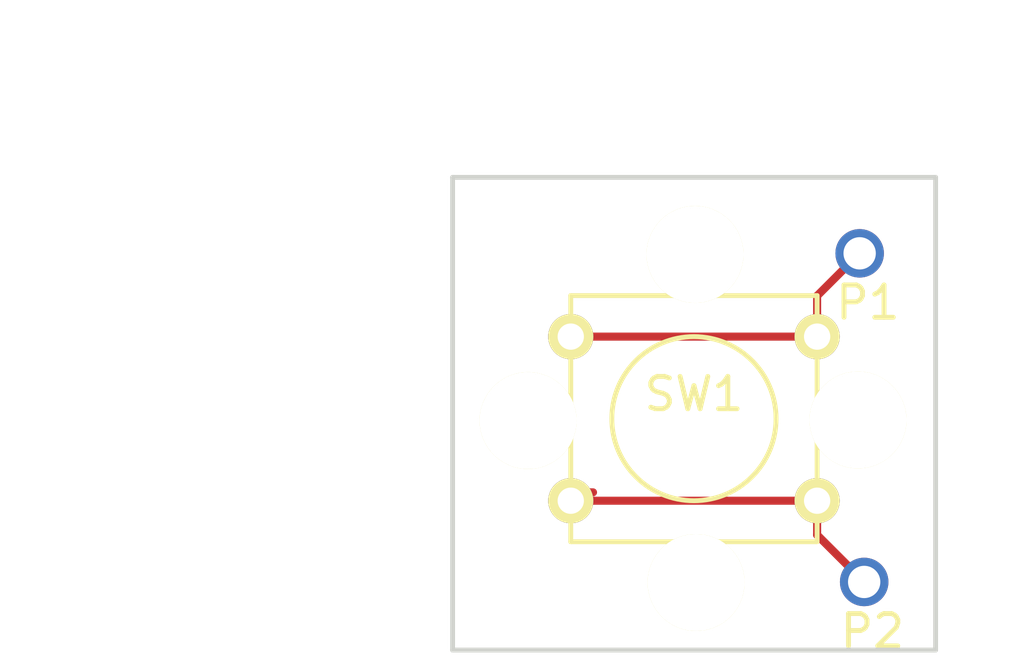
<source format=kicad_pcb>
(kicad_pcb (version 4) (host pcbnew 4.0.2+dfsg1-stable)

  (general
    (links 4)
    (no_connects 0)
    (area 119.670759 96.450079 134.761041 111.233021)
    (thickness 1.6)
    (drawings 8)
    (tracks 7)
    (zones 0)
    (modules 7)
    (nets 3)
  )

  (page A4)
  (layers
    (0 F.Cu signal)
    (31 B.Cu signal)
    (32 B.Adhes user)
    (33 F.Adhes user)
    (34 B.Paste user)
    (35 F.Paste user)
    (36 B.SilkS user)
    (37 F.SilkS user)
    (38 B.Mask user)
    (39 F.Mask user)
    (40 Dwgs.User user)
    (41 Cmts.User user)
    (42 Eco1.User user)
    (43 Eco2.User user)
    (44 Edge.Cuts user)
    (45 Margin user)
    (46 B.CrtYd user)
    (47 F.CrtYd user)
    (48 B.Fab user)
    (49 F.Fab user)
  )

  (setup
    (last_trace_width 0.25)
    (trace_clearance 0.2)
    (zone_clearance 0.508)
    (zone_45_only no)
    (trace_min 0.2)
    (segment_width 0.2)
    (edge_width 0.15)
    (via_size 0.6)
    (via_drill 0.4)
    (via_min_size 0.4)
    (via_min_drill 0.3)
    (uvia_size 0.3)
    (uvia_drill 0.1)
    (uvias_allowed no)
    (uvia_min_size 0.2)
    (uvia_min_drill 0.1)
    (pcb_text_width 0.3)
    (pcb_text_size 1.5 1.5)
    (mod_edge_width 0.15)
    (mod_text_size 1 1)
    (mod_text_width 0.15)
    (pad_size 1.524 1.524)
    (pad_drill 0.762)
    (pad_to_mask_clearance 0.2)
    (aux_axis_origin 0 0)
    (visible_elements FFFFFF7F)
    (pcbplotparams
      (layerselection 0x3feff_80000001)
      (usegerberextensions false)
      (excludeedgelayer true)
      (linewidth 0.100000)
      (plotframeref false)
      (viasonmask false)
      (mode 1)
      (useauxorigin false)
      (hpglpennumber 1)
      (hpglpenspeed 20)
      (hpglpendiameter 15)
      (hpglpenoverlay 2)
      (psnegative false)
      (psa4output false)
      (plotreference true)
      (plotvalue true)
      (plotinvisibletext false)
      (padsonsilk false)
      (subtractmaskfromsilk false)
      (outputformat 1)
      (mirror false)
      (drillshape 0)
      (scaleselection 1)
      (outputdirectory Fabrication/))
  )

  (net 0 "")
  (net 1 "Net-(P1-Pad1)")
  (net 2 "Net-(P2-Pad1)")

  (net_class Default "This is the default net class."
    (clearance 0.2)
    (trace_width 0.25)
    (via_dia 0.6)
    (via_drill 0.4)
    (uvia_dia 0.3)
    (uvia_drill 0.1)
    (add_net "Net-(P1-Pad1)")
    (add_net "Net-(P2-Pad1)")
  )

  (module Buttons_Switches_ThroughHole:SW_PUSH_SMALL (layer F.Cu) (tedit 0) (tstamp 5C18B8EC)
    (at 127.21082 103.99522)
    (path /5C137E9C)
    (fp_text reference SW1 (at 0 -0.762) (layer F.SilkS)
      (effects (font (size 1 1) (thickness 0.15)))
    )
    (fp_text value SPST (at 0 1.016) (layer F.Fab)
      (effects (font (size 1 1) (thickness 0.15)))
    )
    (fp_circle (center 0 0) (end 0 -2.54) (layer F.SilkS) (width 0.15))
    (fp_line (start -3.81 -3.81) (end 3.81 -3.81) (layer F.SilkS) (width 0.15))
    (fp_line (start 3.81 -3.81) (end 3.81 3.81) (layer F.SilkS) (width 0.15))
    (fp_line (start 3.81 3.81) (end -3.81 3.81) (layer F.SilkS) (width 0.15))
    (fp_line (start -3.81 -3.81) (end -3.81 3.81) (layer F.SilkS) (width 0.15))
    (pad 1 thru_hole circle (at 3.81 -2.54) (size 1.397 1.397) (drill 0.8128) (layers *.Cu *.Mask F.SilkS)
      (net 1 "Net-(P1-Pad1)"))
    (pad 2 thru_hole circle (at 3.81 2.54) (size 1.397 1.397) (drill 0.8128) (layers *.Cu *.Mask F.SilkS)
      (net 2 "Net-(P2-Pad1)"))
    (pad 1 thru_hole circle (at -3.81 -2.54) (size 1.397 1.397) (drill 0.8128) (layers *.Cu *.Mask F.SilkS)
      (net 1 "Net-(P1-Pad1)"))
    (pad 2 thru_hole circle (at -3.81 2.54) (size 1.397 1.397) (drill 0.8128) (layers *.Cu *.Mask F.SilkS)
      (net 2 "Net-(P2-Pad1)"))
  )

  (module saet:pin_1mm (layer F.Cu) (tedit 5878EFFB) (tstamp 5C18B8DF)
    (at 132.47624 109.04982)
    (path /5C137F0F)
    (fp_text reference P2 (at 0.254 1.524) (layer F.SilkS)
      (effects (font (size 1 1) (thickness 0.15)))
    )
    (fp_text value CONN_01X01 (at 0 -1.524) (layer F.Fab)
      (effects (font (size 1 1) (thickness 0.15)))
    )
    (pad 1 thru_hole circle (at 0 0) (size 1.5 1.5) (drill 1) (layers *.Cu *.Mask)
      (net 2 "Net-(P2-Pad1)"))
  )

  (module saet:pin_1mm (layer F.Cu) (tedit 5878EFFB) (tstamp 5C18B8D9)
    (at 132.33654 98.87712)
    (path /5C137F74)
    (fp_text reference P1 (at 0.254 1.524) (layer F.SilkS)
      (effects (font (size 1 1) (thickness 0.15)))
    )
    (fp_text value CONN_01X01 (at 0 -1.524) (layer F.Fab)
      (effects (font (size 1 1) (thickness 0.15)))
    )
    (pad 1 thru_hole circle (at 0 0) (size 1.5 1.5) (drill 1) (layers *.Cu *.Mask)
      (net 1 "Net-(P1-Pad1)"))
  )

  (module saet:HOLE_3mm (layer F.Cu) (tedit 58C17A8B) (tstamp 5C1BB3E1)
    (at 132.28574 104.03586)
    (fp_text reference HOLE2.3 (at 0 -2.5) (layer F.SilkS) hide
      (effects (font (size 1 1) (thickness 0.15)))
    )
    (fp_text value VAL** (at 0 2.9) (layer F.Fab) hide
      (effects (font (size 1 1) (thickness 0.15)))
    )
    (pad "" np_thru_hole circle (at 0 0) (size 3 3) (drill 3) (layers *.Cu *.Mask F.SilkS))
  )

  (module saet:HOLE_3mm (layer F.Cu) (tedit 58C17A8B) (tstamp 5C1BB3EB)
    (at 127.24384 98.91014)
    (fp_text reference HOLE2.3 (at 0 -2.5) (layer F.SilkS) hide
      (effects (font (size 1 1) (thickness 0.15)))
    )
    (fp_text value VAL** (at 0 2.9) (layer F.Fab) hide
      (effects (font (size 1 1) (thickness 0.15)))
    )
    (pad "" np_thru_hole circle (at 0 0) (size 3 3) (drill 3) (layers *.Cu *.Mask F.SilkS))
  )

  (module saet:HOLE_3mm (layer F.Cu) (tedit 58C17A8B) (tstamp 5C1BB3E7)
    (at 122.08002 104.05364)
    (fp_text reference HOLE2.3 (at 0 -2.5) (layer F.SilkS) hide
      (effects (font (size 1 1) (thickness 0.15)))
    )
    (fp_text value VAL** (at 0 2.9) (layer F.Fab) hide
      (effects (font (size 1 1) (thickness 0.15)))
    )
    (pad "" np_thru_hole circle (at 0 0) (size 3 3) (drill 3) (layers *.Cu *.Mask F.SilkS))
  )

  (module saet:HOLE_3mm (layer F.Cu) (tedit 58C17A8B) (tstamp 5C1BB3E3)
    (at 127.27686 109.0676)
    (fp_text reference HOLE2.3 (at 0 -2.5) (layer F.SilkS) hide
      (effects (font (size 1 1) (thickness 0.15)))
    )
    (fp_text value VAL** (at 0 2.9) (layer F.Fab) hide
      (effects (font (size 1 1) (thickness 0.15)))
    )
    (pad "" np_thru_hole circle (at 0 0) (size 3 3) (drill 3) (layers *.Cu *.Mask F.SilkS))
  )

  (gr_line (start 119.74068 104.04348) (end 134.67842 104.04348) (layer Dwgs.User) (width 0.2))
  (gr_line (start 127.25146 96.52762) (end 127.2413 111.14786) (layer Dwgs.User) (width 0.2))
  (gr_line (start 119.74576 111.15802) (end 119.74576 96.52508) (layer Edge.Cuts) (width 0.15))
  (gr_line (start 134.68604 111.15802) (end 119.74576 111.15802) (layer Edge.Cuts) (width 0.15))
  (gr_line (start 134.68604 96.52508) (end 134.68604 111.15802) (layer Edge.Cuts) (width 0.15))
  (gr_line (start 119.74576 96.52508) (end 134.68604 96.52508) (layer Edge.Cuts) (width 0.15))
  (dimension 7.500624 (width 0.3) (layer Eco1.User)
    (gr_text "7,501 mm" (at 112.031793 100.277709 89.94179232) (layer Eco1.User)
      (effects (font (size 1.5 1.5) (thickness 0.3)))
    )
    (feature1 (pts (xy 119.74576 104.03586) (xy 110.677984 104.026648)))
    (feature2 (pts (xy 119.75338 96.53524) (xy 110.685604 96.526028)))
    (crossbar (pts (xy 113.385603 96.528771) (xy 113.377983 104.029391)))
    (arrow1a (pts (xy 113.377983 104.029391) (xy 112.792707 102.902292)))
    (arrow1b (pts (xy 113.377983 104.029391) (xy 113.965548 102.903484)))
    (arrow2a (pts (xy 113.385603 96.528771) (xy 112.798038 97.654678)))
    (arrow2b (pts (xy 113.385603 96.528771) (xy 113.970879 97.65587)))
  )
  (dimension 7.500627 (width 0.3) (layer Eco1.User)
    (gr_text "7,501 mm" (at 123.503845 92.889433 0.0776102194) (layer Eco1.User)
      (effects (font (size 1.5 1.5) (thickness 0.3)))
    )
    (feature1 (pts (xy 127.25908 96.52) (xy 127.252327 91.534355)))
    (feature2 (pts (xy 119.75846 96.53016) (xy 119.751707 91.544515)))
    (crossbar (pts (xy 119.755364 94.244512) (xy 127.255984 94.234352)))
    (arrow1a (pts (xy 127.255984 94.234352) (xy 126.130276 94.822298)))
    (arrow1b (pts (xy 127.255984 94.234352) (xy 126.128687 93.649458)))
    (arrow2a (pts (xy 119.755364 94.244512) (xy 120.882661 94.829406)))
    (arrow2b (pts (xy 119.755364 94.244512) (xy 120.881072 93.656566)))
  )

  (segment (start 131.02082 101.45522) (end 131.02082 100.19284) (width 0.25) (layer F.Cu) (net 1))
  (segment (start 131.02082 100.19284) (end 132.33654 98.87712) (width 0.25) (layer F.Cu) (net 1))
  (segment (start 123.40082 101.45522) (end 131.02082 101.45522) (width 0.25) (layer F.Cu) (net 1))
  (segment (start 131.02082 106.53522) (end 131.02082 107.5944) (width 0.25) (layer F.Cu) (net 2))
  (segment (start 131.02082 107.5944) (end 132.47624 109.04982) (width 0.25) (layer F.Cu) (net 2))
  (segment (start 123.40082 106.53522) (end 131.02082 106.53522) (width 0.25) (layer F.Cu) (net 2))
  (segment (start 123.1011 106.27614) (end 124.088928 106.27614) (width 0.25) (layer F.Cu) (net 2))

)

</source>
